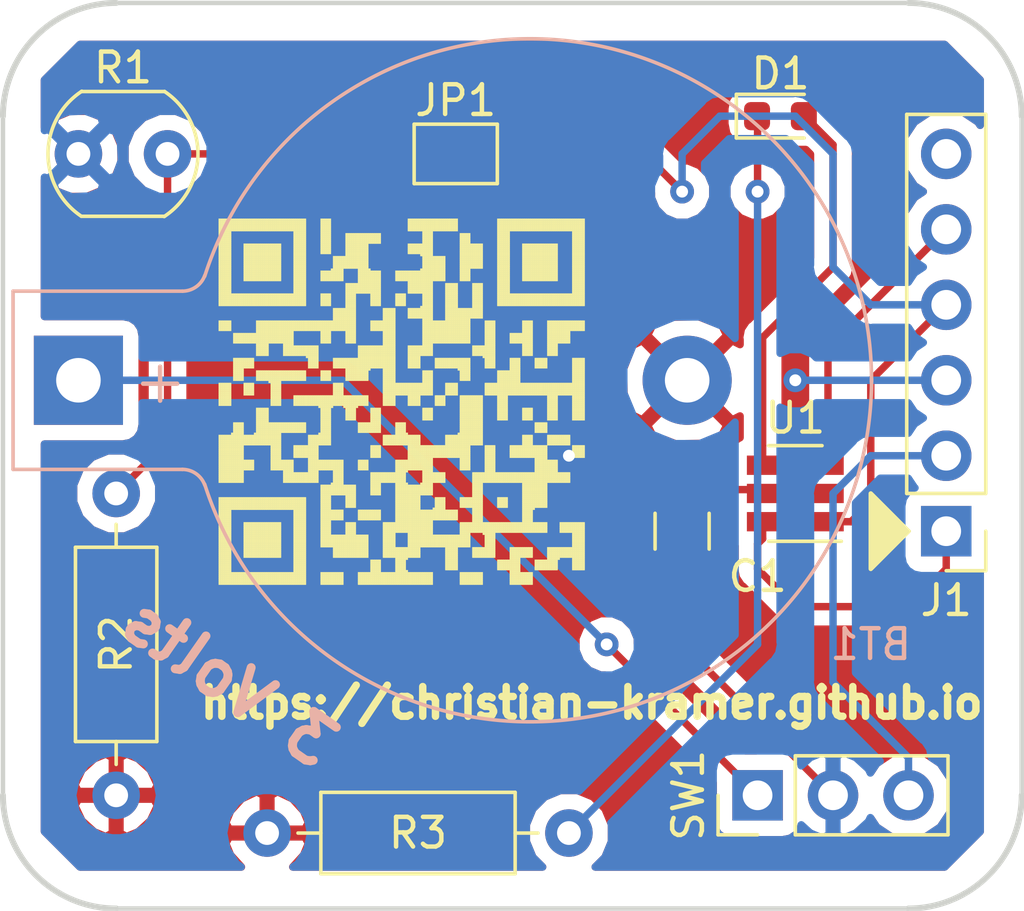
<source format=kicad_pcb>
(kicad_pcb (version 20171130) (host pcbnew "(5.0.0)")
  (layers (0 F.Cu signal) (31 B.Cu signal) (34 B.Paste user) (35 F.Paste user) (36 B.SilkS user) (37 F.SilkS user) (38 B.Mask user) (39 F.Mask user) (44 Edge.Cuts user))
  (net 0 "")
  (net 1 GND)
  (net 2 "Net-(BT1-Pad1)")
  (net 3 VCC)
  (net 4 "Net-(D1-Pad2)")
  (net 5 "Net-(J1-Pad1)")
  (net 6 "Net-(J1-Pad2)")
  (net 7 "Net-(J1-Pad4)")
  (net 8 "Net-(J1-Pad5)")
  (net 9 "Net-(J1-Pad6)")
  (net 10 "Net-(JP1-Pad1)")
  (net 11 "Net-(D1-Pad1)")
  (module Capacitor_SMD:C_1206_3216Metric (layer F.Cu) (at 166.37 87.63 270)
    (fp_text reference C1 (at 1.52 -2.54) (layer F.SilkS))
    (fp_text value 0.1μF)
    (pad 1 smd roundrect (at -1.4 0 270) (size 1.25 1.75) (layers F.Cu F.Paste F.Mask) (roundrect_rratio 0.2) (net 3 VCC))
    (pad 2 smd roundrect (at 1.4 0 270) (size 1.25 1.75) (layers F.Cu F.Paste F.Mask) (roundrect_rratio 0.2) (net 1 GND))
  )
  (module LED_SMD:LED_0603_1608Metric (layer F.Cu) (at 169.68 73.66)
    (fp_text reference D1 (at 0 -1.43) (layer F.SilkS))
    (fp_text value LED)
    (pad 1 smd roundrect (at -0.7875 0) (size 0.875 0.95) (layers F.Cu F.Paste F.Mask) (net 11 "Net-(D1-Pad1)"))
    (pad 2 smd roundrect (at 0.7875 0) (size 0.875 0.95) (layers F.Cu F.Paste F.Mask) (net 4 "Net-(D1-Pad2)"))
  )
  (module Package_TO_SOT_SMD:SOT-23-6 (layer F.Cu) (at 170.18 86.36 180)
    (fp_text reference U1 (at 0 2.54) (layer F.SilkS))
    (fp_text value PIC10F220-IOT)
    (pad 1 smd rect (at -1.1 -0.95 180) (size 1.06 0.65) (layers F.Cu F.Paste F.Mask) (net 7 "Net-(J1-Pad4)"))
    (pad 2 smd rect (at -1.1 0 180) (size 1.06 0.65) (layers F.Cu F.Paste F.Mask) (net 1 GND))
    (pad 3 smd rect (at -1.1 0.95 180) (size 1.06 0.65) (layers F.Cu F.Paste F.Mask) (net 8 "Net-(J1-Pad5)"))
    (pad 4 smd rect (at 1.1 0.95 180) (size 1.06 0.65) (layers F.Cu F.Paste F.Mask) (net 4 "Net-(D1-Pad2)"))
    (pad 6 smd rect (at 1.1 -0.95 180) (size 1.06 0.65) (layers F.Cu F.Paste F.Mask) (net 5 "Net-(J1-Pad1)"))
    (pad 5 smd rect (at 1.1 0 180) (size 1.06 0.65) (layers F.Cu F.Paste F.Mask) (net 3 VCC))
  )
  (module Battery:BatteryHolder_Keystone_103_1x20mm (layer B.Cu) (at 146.05 82.55)
    (fp_text reference BT1 (at 26.67 8.89) (layer B.SilkS) (effects (justify mirror)))
    (fp_text value Battery_Cell)
    (fp_text user + (at 2.75 0) (layer B.SilkS) (effects (font (size 1.5 1.5)) (justify mirror)))
    (pad 1 thru_hole rect (at 0 0) (size 3 3) (drill 1.5) (layers *.Cu *.Mask) (net 2 "Net-(BT1-Pad1)"))
    (pad 2 thru_hole circle (at 20.49 0) (size 3 3) (drill 1.5) (layers *.Cu *.Mask) (net 1 GND))
  )
  (module Connector_PinHeader_2.54mm:PinHeader_1x06_P2.54mm_Vertical (layer F.Cu) (at 175.26 87.63 180)
    (fp_text reference J1 (at 0 -2.33 180) (layer F.SilkS))
    (fp_text value Conn_01x06_Female)
    (pad 1 thru_hole rect (at 0 0 180) (size 1.7 1.7) (drill 1) (layers *.Cu *.Mask) (net 5 "Net-(J1-Pad1)"))
    (pad 2 thru_hole oval (at 0 2.54 180) (size 1.7 1.7) (drill 1) (layers *.Cu *.Mask) (net 6 "Net-(J1-Pad2)"))
    (pad 3 thru_hole oval (at 0 5.08 180) (size 1.7 1.7) (drill 1) (layers *.Cu *.Mask) (net 1 GND))
    (pad 4 thru_hole oval (at 0 7.62 180) (size 1.7 1.7) (drill 1) (layers *.Cu *.Mask) (net 7 "Net-(J1-Pad4)"))
    (pad 5 thru_hole oval (at 0 10.16 180) (size 1.7 1.7) (drill 1) (layers *.Cu *.Mask) (net 8 "Net-(J1-Pad5)"))
    (pad 6 thru_hole oval (at 0 12.7 180) (size 1.7 1.7) (drill 1) (layers *.Cu *.Mask) (net 9 "Net-(J1-Pad6)"))
  )
  (module Jumper:SolderJumper-2_P1.3mm_Open_Pad1.0x1.5mm (layer F.Cu) (at 158.75 74.93)
    (fp_text reference JP1 (at 0 -1.8) (layer F.SilkS))
    (fp_text value Jumper_NO_Small)
    (pad 2 smd rect (at 0.65 0) (size 1 1.5) (layers F.Cu F.Mask) (net 7 "Net-(J1-Pad4)"))
    (pad 1 smd rect (at -0.65 0) (size 1 1.5) (layers F.Cu F.Mask) (net 10 "Net-(JP1-Pad1)"))
  )
  (module OptoDevice:R_LDR_5.0x4.1mm_P3mm_Vertical (layer F.Cu) (at 146.05 74.93)
    (fp_text reference R1 (at 1.5 -2.9) (layer F.SilkS))
    (fp_text value R_PHOTO)
    (pad 1 thru_hole circle (at 0 0) (size 1.6 1.6) (drill 0.8) (layers *.Cu *.Mask) (net 3 VCC))
    (pad 2 thru_hole circle (at 3 0) (size 1.6 1.6) (drill 0.8) (layers *.Cu *.Mask) (net 10 "Net-(JP1-Pad1)"))
  )
  (module Resistor_THT:R_Axial_DIN0207_L6.3mm_D2.5mm_P10.16mm_Horizontal (layer F.Cu) (at 147.32 86.36 270)
    (fp_text reference R2 (at 5.08 0 270) (layer F.SilkS))
    (fp_text value 10k)
    (pad 2 thru_hole oval (at 10.16 0 270) (size 1.6 1.6) (drill 0.8) (layers *.Cu *.Mask) (net 1 GND))
    (pad 1 thru_hole circle (at 0 0 270) (size 1.6 1.6) (drill 0.8) (layers *.Cu *.Mask) (net 10 "Net-(JP1-Pad1)"))
  )
  (module Resistor_THT:R_Axial_DIN0207_L6.3mm_D2.5mm_P10.16mm_Horizontal (layer F.Cu) (at 162.56 97.79 180)
    (fp_text reference R3 (at 5.08 0 180) (layer F.SilkS))
    (fp_text value 100)
    (pad 2 thru_hole oval (at 10.16 0 180) (size 1.6 1.6) (drill 0.8) (layers *.Cu *.Mask) (net 1 GND))
    (pad 1 thru_hole circle (at 0 0 180) (size 1.6 1.6) (drill 0.8) (layers *.Cu *.Mask) (net 11 "Net-(D1-Pad1)"))
  )
  (module Connector_PinHeader_2.54mm:PinHeader_1x03_P2.54mm_Vertical (layer F.Cu) (at 168.91 96.52 90)
    (fp_text reference SW1 (at 0 -2.33 90) (layer F.SilkS))
    (fp_text value SW_SPDT)
    (pad 1 thru_hole rect (at 0 0 90) (size 1.7 1.7) (drill 1) (layers *.Cu *.Mask) (net 2 "Net-(BT1-Pad1)"))
    (pad 2 thru_hole oval (at 0 2.54 90) (size 1.7 1.7) (drill 1) (layers *.Cu *.Mask) (net 3 VCC))
    (pad 3 thru_hole oval (at 0 5.08 90) (size 1.7 1.7) (drill 1) (layers *.Cu *.Mask) (net 6 "Net-(J1-Pad2)"))
  )
  (module christian:QR (layer F.Cu) (at 149.86 76.2)
    (fp_text reference QR hide)
    (fp_text value "" (at 0 0) (layer F.SilkS) (effects (font (size 1.27 1.27))))
  )
  (gr_text "3 Volts\n" (at 151.13 92.71 -35) (layer B.SilkS) (effects (font (size 1.5 1.5) (thickness 0.3)) (justify mirror)))
  (gr_poly (pts (xy 172.72 88.9) (xy 173.99 87.63) (xy 172.72 86.36)) (layer F.SilkS) (width 0.15))
  (gr_text https://christian-kramer.github.io (at 163.33 93.41) (layer F.SilkS) (effects (font (size 1 1) (thickness 0.25))))
  (gr_line (start 147.32 69.85) (end 173.99 69.85) (layer Edge.Cuts) (width 0.15))
  (gr_line (start 143.51 96.52) (end 143.51 73.66) (layer Edge.Cuts) (width 0.15))
  (gr_line (start 173.99 100.33) (end 147.32 100.33) (layer Edge.Cuts) (width 0.15))
  (gr_line (start 177.8 73.66) (end 177.8 96.52) (layer Edge.Cuts) (width 0.15))
  (gr_arc (start 147.32 73.66) (end 147.32 69.85) (angle -90) (layer Edge.Cuts) (width 0.2))
  (gr_arc (start 147.32 96.52) (end 143.51 96.52) (angle -90) (layer Edge.Cuts) (width 0.2))
  (gr_arc (start 173.99 96.52) (end 173.99 100.33) (angle -90) (layer Edge.Cuts) (width 0.2))
  (gr_arc (start 173.99 73.66) (end 177.8 73.66) (angle -90) (layer Edge.Cuts) (width 0.2))
  (via (at 170.18 82.55) (size 0.8) (drill 0.4) (layers F.Cu B.Cu) (net 1))
  (segment (start 170.18 82.55) (end 175.26 82.55) (width 0.25) (layer B.Cu) (net 1))
  (segment (start 170.5 86.36) (end 171.28 86.36) (width 0.25) (layer F.Cu) (net 1))
  (segment (start 170.18 86.04) (end 170.5 86.36) (width 0.25) (layer F.Cu) (net 1))
  (segment (start 170.18 82.55) (end 170.18 86.04) (width 0.25) (layer F.Cu) (net 1))
  (segment (start 146.05 82.55) (end 147.8 82.55) (width 0.25) (layer B.Cu) (net 2))
  (via (at 163.83 91.44) (size 0.8) (drill 0.4) (layers F.Cu B.Cu) (net 2))
  (segment (start 154.94 82.55) (end 163.83 91.44) (width 0.25) (layer B.Cu) (net 2))
  (segment (start 163.83 91.44) (end 168.91 96.52) (width 0.25) (layer F.Cu) (net 2))
  (segment (start 147.8 82.55) (end 154.94 82.55) (width 0.25) (layer B.Cu) (net 2))
  (segment (start 168.95 86.23) (end 169.08 86.36) (width 0.25) (layer F.Cu) (net 3))
  (segment (start 162.56 85.09) (end 165.23 85.09) (width 0.25) (layer F.Cu) (net 3))
  (segment (start 162.56 87.63) (end 162.56 85.09) (width 0.25) (layer F.Cu) (net 3))
  (segment (start 171.45 96.52) (end 162.56 87.63) (width 0.25) (layer F.Cu) (net 3))
  (via (at 162.56 85.09) (size 0.8) (drill 0.4) (layers F.Cu B.Cu) (net 3))
  (segment (start 165.23 85.09) (end 166.37 86.23) (width 0.25) (layer F.Cu) (net 3))
  (segment (start 166.37 86.23) (end 168.95 86.23) (width 0.25) (layer F.Cu) (net 3))
  (segment (start 169.08 85.41) (end 169.08 81.11) (width 0.25) (layer F.Cu) (net 4))
  (segment (start 169.08 81.11) (end 171.45 78.74) (width 0.25) (layer F.Cu) (net 4))
  (segment (start 171.45 74.625) (end 170.485 73.66) (width 0.25) (layer F.Cu) (net 4))
  (segment (start 171.45 78.74) (end 171.45 74.625) (width 0.25) (layer F.Cu) (net 4))
  (segment (start 169.08 87.31) (end 169.08 87.885) (width 0.25) (layer F.Cu) (net 5))
  (segment (start 168.91 88.055) (end 168.91 88.9) (width 0.25) (layer F.Cu) (net 5))
  (segment (start 168.91 88.9) (end 170.18 90.17) (width 0.25) (layer F.Cu) (net 5))
  (segment (start 170.18 90.17) (end 173.99 90.17) (width 0.25) (layer F.Cu) (net 5))
  (segment (start 175.26 88.9) (end 175.26 87.63) (width 0.25) (layer F.Cu) (net 5))
  (segment (start 173.99 90.17) (end 175.26 88.9) (width 0.25) (layer F.Cu) (net 5))
  (segment (start 169.08 87.885) (end 168.91 88.055) (width 0.25) (layer F.Cu) (net 5))
  (segment (start 172.72 85.09) (end 175.26 85.09) (width 0.25) (layer B.Cu) (net 6))
  (segment (start 171.45 86.36) (end 172.72 85.09) (width 0.25) (layer B.Cu) (net 6))
  (segment (start 171.45 92.71) (end 171.45 86.36) (width 0.25) (layer B.Cu) (net 6))
  (segment (start 173.99 96.52) (end 173.99 95.25) (width 0.25) (layer B.Cu) (net 6))
  (segment (start 173.99 95.25) (end 171.45 92.71) (width 0.25) (layer B.Cu) (net 6))
  (segment (start 172.06 87.31) (end 172.72 86.65) (width 0.25) (layer F.Cu) (net 7))
  (segment (start 171.28 87.31) (end 172.06 87.31) (width 0.25) (layer F.Cu) (net 7))
  (segment (start 172.72 82.55) (end 175.26 80.01) (width 0.25) (layer F.Cu) (net 7))
  (segment (start 172.72 86.65) (end 172.72 82.55) (width 0.25) (layer F.Cu) (net 7))
  (via (at 166.37 76.2) (size 0.8) (drill 0.4) (layers F.Cu B.Cu) (net 7))
  (segment (start 166.37 76.2) (end 166.37 74.93) (width 0.25) (layer B.Cu) (net 7))
  (segment (start 166.37 74.93) (end 167.64 73.66) (width 0.25) (layer B.Cu) (net 7))
  (segment (start 167.64 73.66) (end 170.18 73.66) (width 0.25) (layer B.Cu) (net 7))
  (segment (start 170.18 73.66) (end 171.45 74.93) (width 0.25) (layer B.Cu) (net 7))
  (segment (start 171.45 74.93) (end 171.45 78.74) (width 0.25) (layer B.Cu) (net 7))
  (segment (start 171.45 78.74) (end 172.72 80.01) (width 0.25) (layer B.Cu) (net 7))
  (segment (start 172.72 80.01) (end 175.26 80.01) (width 0.25) (layer B.Cu) (net 7))
  (segment (start 165.1 74.93) (end 166.37 76.2) (width 0.25) (layer F.Cu) (net 7))
  (segment (start 159.4 74.93) (end 165.1 74.93) (width 0.25) (layer F.Cu) (net 7))
  (segment (start 171.28 81.45) (end 175.26 77.47) (width 0.25) (layer F.Cu) (net 8))
  (segment (start 171.28 85.41) (end 171.28 81.45) (width 0.25) (layer F.Cu) (net 8))
  (segment (start 149.05 84.63) (end 149.05 74.93) (width 0.25) (layer F.Cu) (net 10))
  (segment (start 147.32 86.36) (end 149.05 84.63) (width 0.25) (layer F.Cu) (net 10))
  (segment (start 149.05 74.93) (end 158.1 74.93) (width 0.25) (layer F.Cu) (net 10))
  (via (at 168.91 76.2) (size 0.8) (drill 0.4) (layers F.Cu B.Cu) (net 11))
  (segment (start 168.91 73.66) (end 168.91 76.2) (width 0.25) (layer F.Cu) (net 11))
  (segment (start 168.91 91.44) (end 162.56 97.79) (width 0.25) (layer B.Cu) (net 11))
  (segment (start 168.91 76.2) (end 168.91 91.44) (width 0.25) (layer B.Cu) (net 11))
  (zone (net 1) (net_name GND) (layer F.Cu) (connect_pads (clearance 0.508)) (min_thickness 0.254) (fill yes (arc_segments 16) (thermal_gap 0.508) (thermal_bridge_width 0.508))
    (polygon (pts (xy 146.05 71.12) (xy 144.78 72.39) (xy 144.78 97.79) (xy 146.05 99.06) (xy 175.26 99.06) (xy 176.53 97.79) (xy 176.53 72.39) (xy 175.26 71.12)))
  )
  (zone (net 3) (net_name VCC) (layer B.Cu) (connect_pads (clearance 0.508)) (min_thickness 0.254) (fill yes (arc_segments 16) (thermal_gap 0.508) (thermal_bridge_width 0.508))
    (polygon (pts (xy 146.05 71.12) (xy 144.78 72.39) (xy 144.78 97.79) (xy 146.05 99.06) (xy 175.26 99.06) (xy 176.53 97.79) (xy 176.53 72.39) (xy 175.26 71.12)))
  )
)
</source>
